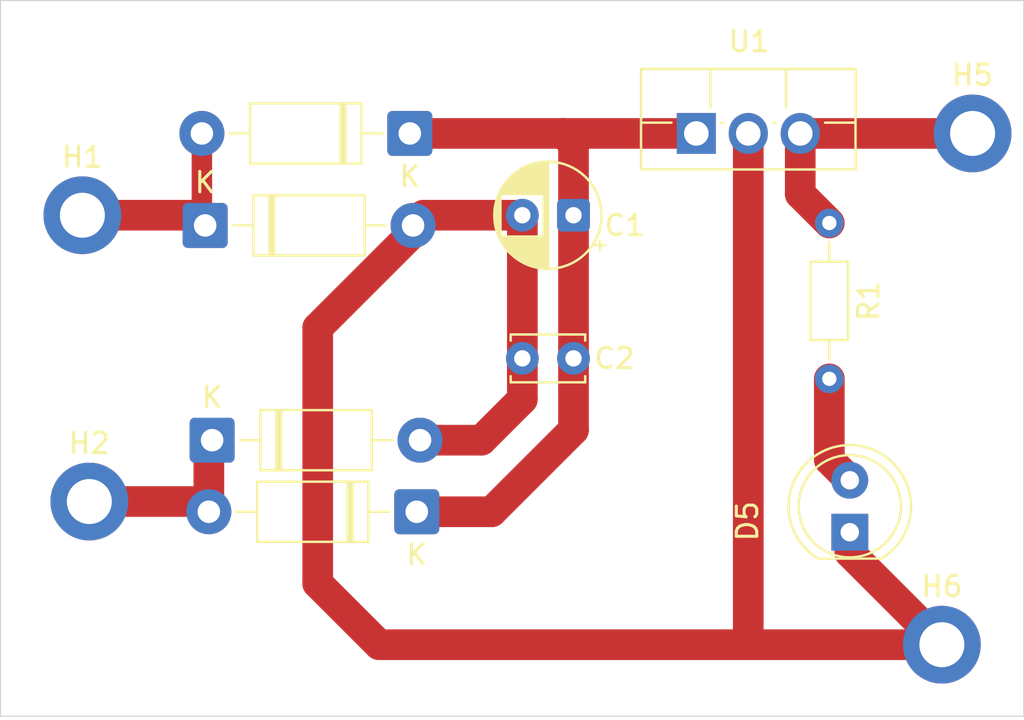
<source format=kicad_pcb>
(kicad_pcb (version 20241229) (generator "pcbnew") (generator_version "9.0")
  (layers (0 "F.Cu" signal) (2 "B.Cu" signal) (13 "F.Paste" user) (15 "B.Paste" user) (5 "F.SilkS" user "F.Silkscreen") (7 "B.SilkS" user "B.Silkscreen") (1 "F.Mask" user) (3 "B.Mask" user) (25 "Edge.Cuts" user))
  (net 0 "")
  (net 1 "Net-(D2-A)")
  (net 2 "Net-(D1-K)")
  (net 3 "Net-(D1-A)")
  (net 4 "Net-(D5-A)")
  (net 5 "Net-(U1-OUT)")
  (net 6 "Net-(D3-K)")
  (footprint "Diode_THT:D_DO-41_SOD81_P10.16mm_Horizontal" (layer "F.Cu") (at 115.84 130 180)
    (property "Reference" "D4" (hide yes))
    (property "Value" "1N4007" (hide yes))
    (fp_line (start 8.82 0) (end 7.8 0) (stroke (width 0.12)) (layer "F.SilkS"))
    (fp_line (start 3.38 -1.47) (end 3.38 1.47) (stroke (width 0.12)) (layer "F.SilkS"))
    (fp_line (start 3.26 -1.47) (end 3.26 1.47) (stroke (width 0.12)) (layer "F.SilkS"))
    (fp_line (start 3.14 -1.47) (end 3.14 1.47) (stroke (width 0.12)) (layer "F.SilkS"))
    (fp_line (start 1.34 0) (end 2.36 0) (stroke (width 0.12)) (layer "F.SilkS"))
    (fp_rect (start 2.36 -1.47) (end 7.8 1.47) (stroke (width 0.12)) (fill no) (layer "F.SilkS"))
    (fp_text user "K" (at 0 -2.1 0) (layer "F.SilkS"))
    (pad "1" thru_hole roundrect (at 0 0 180) (size 2.2 2.2) (drill 1.1) (layers "*.Cu" "*.Mask") (roundrect_rratio 0.113636) (net 2 "Net-(D1-K)"))
    (pad "2" thru_hole circle (at 10.16 0 180) (size 2.2 2.2) (drill 1.1) (layers "*.Cu" "*.Mask") (net 6 "Net-(D3-K)"))
  )
  (footprint "Diode_THT:D_DO-41_SOD81_P10.16mm_Horizontal" (layer "F.Cu") (at 105.5 116)
    (property "Reference" "D2" (hide yes))
    (property "Value" "1N4007" (hide yes))
    (fp_line (start 1.34 0) (end 2.36 0) (stroke (width 0.12)) (layer "F.SilkS"))
    (fp_line (start 3.14 -1.47) (end 3.14 1.47) (stroke (width 0.12)) (layer "F.SilkS"))
    (fp_line (start 3.26 -1.47) (end 3.26 1.47) (stroke (width 0.12)) (layer "F.SilkS"))
    (fp_line (start 3.38 -1.47) (end 3.38 1.47) (stroke (width 0.12)) (layer "F.SilkS"))
    (fp_line (start 8.82 0) (end 7.8 0) (stroke (width 0.12)) (layer "F.SilkS"))
    (fp_rect (start 2.36 -1.47) (end 7.8 1.47) (stroke (width 0.12)) (fill no) (layer "F.SilkS"))
    (fp_text user "K" (at 0 -2.1 0) (layer "F.SilkS"))
    (pad "1" thru_hole roundrect (at 0 0) (size 2.2 2.2) (drill 1.1) (layers "*.Cu" "*.Mask") (roundrect_rratio 0.113636) (net 3 "Net-(D1-A)"))
    (pad "2" thru_hole circle (at 10.16 0) (size 2.2 2.2) (drill 1.1) (layers "*.Cu" "*.Mask") (net 1 "Net-(D2-A)"))
  )
  (footprint "MountingHole:MountingHole_2.2mm_M2_DIN965_Pad" (layer "F.Cu") (at 99.5 115.5)
    (property "Reference" "H1" (at 0 -2.85 0) (layer "F.SilkS"))
    (property "Value" "MountingHole_Pad" (hide yes))
    (pad "1" thru_hole circle (at 0 0) (size 3.8 3.8) (drill 2.2) (layers "*.Cu" "*.Mask") (net 3 "Net-(D1-A)"))
  )
  (footprint "Diode_THT:D_DO-41_SOD81_P10.16mm_Horizontal" (layer "F.Cu") (at 115.5 111.5 180)
    (property "Reference" "D1" (hide yes))
    (property "Value" "1N4007" (hide yes))
    (fp_line (start 8.82 0) (end 7.8 0) (stroke (width 0.12)) (layer "F.SilkS"))
    (fp_line (start 3.38 -1.47) (end 3.38 1.47) (stroke (width 0.12)) (layer "F.SilkS"))
    (fp_line (start 3.26 -1.47) (end 3.26 1.47) (stroke (width 0.12)) (layer "F.SilkS"))
    (fp_line (start 3.14 -1.47) (end 3.14 1.47) (stroke (width 0.12)) (layer "F.SilkS"))
    (fp_line (start 1.34 0) (end 2.36 0) (stroke (width 0.12)) (layer "F.SilkS"))
    (fp_rect (start 2.36 -1.47) (end 7.8 1.47) (stroke (width 0.12)) (fill no) (layer "F.SilkS"))
    (fp_text user "K" (at 0 -2.1 0) (layer "F.SilkS"))
    (pad "1" thru_hole roundrect (at 0 0 180) (size 2.2 2.2) (drill 1.1) (layers "*.Cu" "*.Mask") (roundrect_rratio 0.113636) (net 2 "Net-(D1-K)"))
    (pad "2" thru_hole circle (at 10.16 0 180) (size 2.2 2.2) (drill 1.1) (layers "*.Cu" "*.Mask") (net 3 "Net-(D1-A)"))
  )
  (footprint "Capacitor_THT:C_Disc_D3.4mm_W2.1mm_P2.50mm" (layer "F.Cu") (at 121 122.5)
    (property "Reference" "C2" (at 4.5 0 0) (layer "F.SilkS"))
    (property "Value" "0,1uF")
    (fp_line (start -0.57 -1.17) (end 3.07 -1.17) (stroke (width 0.12)) (layer "F.SilkS"))
    (fp_line (start -0.57 -0.87) (end -0.57 -1.17) (stroke (width 0.12)) (layer "F.SilkS"))
    (fp_line (start -0.57 1.17) (end -0.57 0.87) (stroke (width 0.12)) (layer "F.SilkS"))
    (fp_line (start 3.07 -1.17) (end 3.07 -0.87) (stroke (width 0.12)) (layer "F.SilkS"))
    (fp_line (start 3.07 0.87) (end 3.07 1.17) (stroke (width 0.12)) (layer "F.SilkS"))
    (fp_line (start 3.07 1.17) (end -0.57 1.17) (stroke (width 0.12)) (layer "F.SilkS"))
    (pad "1" thru_hole circle (at 0 0) (size 1.6 1.6) (drill 0.8) (layers "*.Cu" "*.Mask") (net 1 "Net-(D2-A)"))
    (pad "2" thru_hole circle (at 2.5 0) (size 1.6 1.6) (drill 0.8) (layers "*.Cu" "*.Mask") (net 2 "Net-(D1-K)"))
  )
  (footprint "MountingHole:MountingHole_2.2mm_M2_DIN965_Pad" (layer "F.Cu") (at 141.5 136.5)
    (property "Reference" "H6" (at 0 -2.85 0) (layer "F.SilkS"))
    (property "Value" "-")
    (pad "1" thru_hole circle (at 0 0) (size 3.8 3.8) (drill 2.2) (layers "*.Cu" "*.Mask") (net 1 "Net-(D2-A)"))
  )
  (footprint "Package_TO_SOT_THT:TO-220F-3_Vertical" (layer "F.Cu") (at 129.5 111.5)
    (property "Reference" "U1" (at 2.58 -4.5 0) (layer "F.SilkS"))
    (property "Value" "L7805")
    (fp_line (start -2.7 -3.157) (end 7.78 -3.157) (stroke (width 0.12)) (layer "F.SilkS"))
    (fp_line (start -2.7 -0.527) (end -1.212 -0.527) (stroke (width 0.12)) (layer "F.SilkS"))
    (fp_line (start -2.7 1.763) (end -2.7 -3.157) (stroke (width 0.12)) (layer "F.SilkS"))
    (fp_line (start 0.69 -3.157) (end 0.69 -1.26) (stroke (width 0.12)) (layer "F.SilkS"))
    (fp_line (start 1.212 -0.527) (end 1.327 -0.528) (stroke (width 0.12)) (layer "F.SilkS"))
    (fp_line (start 3.752 -0.528) (end 3.867 -0.528) (stroke (width 0.12)) (layer "F.SilkS"))
    (fp_line (start 4.39 -3.157) (end 4.39 -1.26) (stroke (width 0.12)) (layer "F.SilkS"))
    (fp_line (start 6.292 -0.528) (end 7.78 -0.527) (stroke (width 0.12)) (layer "F.SilkS"))
    (fp_line (start 7.78 -3.157) (end 7.78 1.763) (stroke (width 0.12)) (layer "F.SilkS"))
    (fp_line (start 7.78 1.763) (end -2.7 1.763) (stroke (width 0.12)) (layer "F.SilkS"))
    (pad "1" thru_hole rect (at 0 0) (size 1.905 2) (drill 1.2) (layers "*.Cu" "*.Mask") (net 2 "Net-(D1-K)"))
    (pad "2" thru_hole oval (at 2.54 0) (size 1.905 2) (drill 1.2) (layers "*.Cu" "*.Mask") (net 1 "Net-(D2-A)"))
    (pad "3" thru_hole oval (at 5.08 0) (size 1.905 2) (drill 1.2) (layers "*.Cu" "*.Mask") (net 5 "Net-(U1-OUT)"))
  )
  (footprint "MountingHole:MountingHole_2.2mm_M2_DIN965_Pad" (layer "F.Cu") (at 143 111.5)
    (property "Reference" "H5" (at 0 -2.85 0) (layer "F.SilkS"))
    (property "Value" "+")
    (pad "1" thru_hole circle (at 0 0) (size 3.8 3.8) (drill 2.2) (layers "*.Cu" "*.Mask") (net 5 "Net-(U1-OUT)"))
  )
  (footprint "MountingHole:MountingHole_2.2mm_M2_DIN965_Pad" (layer "F.Cu") (at 99.84 129.5)
    (property "Reference" "H2" (at 0 -2.85 0) (layer "F.SilkS"))
    (property "Value" "MountingHole_Pad" (hide yes))
    (pad "1" thru_hole circle (at 0 0) (size 3.8 3.8) (drill 2.2) (layers "*.Cu" "*.Mask") (net 6 "Net-(D3-K)"))
  )
  (footprint "LED_THT:LED_D5.0mm" (layer "F.Cu") (at 137 131 90)
    (property "Reference" "D5" (at 0.54 -5 90) (layer "F.SilkS"))
    (property "Value" "LED")
    (fp_line (start -1.29 -1.545) (end -1.29 1.545) (stroke (width 0.12)) (layer "F.SilkS"))
    (fp_arc (start -1.29 -1.54483) (mid 2.071779 -2.880495) (end 4.26 0) (stroke (width 0.12)) (layer "F.SilkS"))
    (fp_arc (start 4.26 0) (mid 2.071779 2.880495) (end -1.29 1.54483) (stroke (width 0.12)) (layer "F.SilkS"))
    (fp_circle (center 1.27 0) (end 3.77 0) (stroke (width 0.12)) (fill no) (layer "F.SilkS"))
    (pad "1" thru_hole rect (at 0 0 90) (size 1.8 1.8) (drill 0.9) (layers "*.Cu" "*.Mask") (net 1 "Net-(D2-A)"))
    (pad "2" thru_hole circle (at 2.54 0 90) (size 1.8 1.8) (drill 0.9) (layers "*.Cu" "*.Mask") (net 4 "Net-(D5-A)"))
  )
  (footprint "Capacitor_THT:CP_Radial_D5.0mm_P2.50mm" (layer "F.Cu") (at 123.5 115.5 180)
    (property "Reference" "C1" (at -2.5 -0.5 0) (layer "F.SilkS"))
    (property "Value" "100uF")
    (fp_line (start 3.85 -0.283) (end 3.85 0.283) (stroke (width 0.12)) (layer "F.SilkS"))
    (fp_line (start 3.81 -0.517) (end 3.81 0.517) (stroke (width 0.12)) (layer "F.SilkS"))
    (fp_line (start 3.77 -0.677) (end 3.77 0.677) (stroke (width 0.12)) (layer "F.SilkS"))
    (fp_line (start 3.73 -0.805) (end 3.73 0.805) (stroke (width 0.12)) (layer "F.SilkS"))
    (fp_line (start 3.69 -0.914) (end 3.69 0.914) (stroke (width 0.12)) (layer "F.SilkS"))
    (fp_line (start 3.65 -1.011) (end 3.65 1.011) (stroke (width 0.12)) (layer "F.SilkS"))
    (fp_line (start 3.61 -1.098) (end 3.61 1.098) (stroke (width 0.12)) (layer "F.SilkS"))
    (fp_line (start 3.57 -1.177) (end 3.57 1.177) (stroke (width 0.12)) (layer "F.SilkS"))
    (fp_line (start 3.53 1.04) (end 3.53 1.251) (stroke (width 0.12)) (layer "F.SilkS"))
    (fp_line (start 3.53 -1.251) (end 3.53 -1.04) (stroke (width 0.12)) (layer "F.SilkS"))
    (fp_line (start 3.49 1.04) (end 3.49 1.319) (stroke (width 0.12)) (layer "F.SilkS"))
    (fp_line (start 3.49 -1.319) (end 3.49 -1.04) (stroke (width 0.12)) (layer "F.SilkS"))
    (fp_line (start 3.45 1.04) (end 3.45 1.383) (stroke (width 0.12)) (layer "F.SilkS"))
    (fp_line (start 3.45 -1.383) (end 3.45 -1.04) (stroke (width 0.12)) (layer "F.SilkS"))
    (fp_line (start 3.41 1.04) (end 3.41 1.443) (stroke (width 0.12)) (layer "F.SilkS"))
    (fp_line (start 3.41 -1.443) (end 3.41 -1.04) (stroke (width 0.12)) (layer "F.SilkS"))
    (fp_line (start 3.37 1.04) (end 3.37 1.499) (stroke (width 0.12)) (layer "F.SilkS"))
    (fp_line (start 3.37 -1.499) (end 3.37 -1.04) (stroke (width 0.12)) (layer "F.SilkS"))
    (fp_line (start 3.33 1.04) (end 3.33 1.553) (stroke (width 0.12)) (layer "F.SilkS"))
    (fp_line (start 3.33 -1.553) (end 3.33 -1.04) (stroke (width 0.12)) (layer "F.SilkS"))
    (fp_line (start 3.29 1.04) (end 3.29 1.604) (stroke (width 0.12)) (layer "F.SilkS"))
    (fp_line (start 3.29 -1.604) (end 3.29 -1.04) (stroke (width 0.12)) (layer "F.SilkS"))
    (fp_line (start 3.25 1.04) (end 3.25 1.652) (stroke (width 0.12)) (layer "F.SilkS"))
    (fp_line (start 3.25 -1.652) (end 3.25 -1.04) (stroke (width 0.12)) (layer "F.SilkS"))
    (fp_line (start 3.21 1.04) (end 3.21 1.699) (stroke (width 0.12)) (layer "F.SilkS"))
    (fp_line (start 3.21 -1.699) (end 3.21 -1.04) (stroke (width 0.12)) (layer "F.SilkS"))
    (fp_line (start 3.17 1.04) (end 3.17 1.743) (stroke (width 0.12)) (layer "F.SilkS"))
    (fp_line (start 3.17 -1.743) (end 3.17 -1.04) (stroke (width 0.12)) (layer "F.SilkS"))
    (fp_line (start 3.13 1.04) (end 3.13 1.785) (stroke (width 0.12)) (layer "F.SilkS"))
    (fp_line (start 3.13 -1.785) (end 3.13 -1.04) (stroke (width 0.12)) (layer "F.SilkS"))
    (fp_line (start 3.09 1.04) (end 3.09 1.825) (stroke (width 0.12)) (layer "F.SilkS"))
    (fp_line (start 3.09 -1.825) (end 3.09 -1.04) (stroke (width 0.12)) (layer "F.SilkS"))
    (fp_line (start 3.05 1.04) (end 3.05 1.864) (stroke (width 0.12)) (layer "F.SilkS"))
    (fp_line (start 3.05 -1.864) (end 3.05 -1.04) (stroke (width 0.12)) (layer "F.SilkS"))
    (fp_line (start 3.01 1.04) (end 3.01 1.901) (stroke (width 0.12)) (layer "F.SilkS"))
    (fp_line (start 3.01 -1.901) (end 3.01 -1.04) (stroke (width 0.12)) (layer "F.SilkS"))
    (fp_line (start 2.97 1.04) (end 2.97 1.936) (stroke (width 0.12)) (layer "F.SilkS"))
    (fp_line (start 2.97 -1.936) (end 2.97 -1.04) (stroke (width 0.12)) (layer "F.SilkS"))
    (fp_line (start 2.93 1.04) (end 2.93 1.97) (stroke (width 0.12)) (layer "F.SilkS"))
    (fp_line (start 2.93 -1.97) (end 2.93 -1.04) (stroke (width 0.12)) (layer "F.SilkS"))
    (fp_line (start 2.89 1.04) (end 2.89 2.003) (stroke (width 0.12)) (layer "F.SilkS"))
    (fp_line (start 2.89 -2.003) (end 2.89 -1.04) (stroke (width 0.12)) (layer "F.SilkS"))
    (fp_line (start 2.85 1.04) (end 2.85 2.035) (stroke (width 0.12)) (layer "F.SilkS"))
    (fp_line (start 2.85 -2.035) (end 2.85 -1.04) (stroke (width 0.12)) (layer "F.SilkS"))
    (fp_line (start 2.81 1.04) (end 2.81 2.065) (stroke (width 0.12)) (layer "F.SilkS"))
    (fp_line (start 2.81 -2.065) (end 2.81 -1.04) (stroke (width 0.12)) (layer "F.SilkS"))
    (fp_line (start 2.77 1.04) (end 2.77 2.094) (stroke (width 0.12)) (layer "F.SilkS"))
    (fp_line (start 2.77 -2.094) (end 2.77 -1.04) (stroke (width 0.12)) (layer "F.SilkS"))
    (fp_line (start 2.73 1.04) (end 2.73 2.122) (stroke (width 0.12)) (layer "F.SilkS"))
    (fp_line (start 2.73 -2.122) (end 2.73 -1.04) (stroke (width 0.12)) (layer "F.SilkS"))
    (fp_line (start 2.69 1.04) (end 2.69 2.149) (stroke (width 0.12)) (layer "F.SilkS"))
    (fp_line (start 2.69 -2.149) (end 2.69 -1.04) (stroke (width 0.12)) (layer "F.SilkS"))
    (fp_line (start 2.65 1.04) (end 2.65 2.175) (stroke (width 0.12)) (layer "F.SilkS"))
    (fp_line (start 2.65 -2.175) (end 2.65 -1.04) (stroke (width 0.12)) (layer "F.SilkS"))
    (fp_line (start 2.61 1.04) (end 2.61 2.199) (stroke (width 0.12)) (layer "F.SilkS"))
    (fp_line (start 2.61 -2.199) (end 2.61 -1.04) (stroke (width 0.12)) (layer "F.SilkS"))
    (fp_line (start 2.57 1.04) (end 2.57 2.223) (stroke (width 0.12)) (layer "F.SilkS"))
    (fp_line (start 2.57 -2.223) (end 2.57 -1.04) (stroke (width 0.12)) (layer "F.SilkS"))
    (fp_line (start 2.53 1.04) (end 2.53 2.246) (stroke (width 0.12)) (layer "F.SilkS"))
    (fp_line (start 2.53 -2.246) (end 2.53 -1.04) (stroke (width 0.12)) (layer "F.SilkS"))
    (fp_line (start 2.49 1.04) (end 2.49 2.268) (stroke (width 0.12)) (layer "F.SilkS"))
    (fp_line (start 2.49 -2.268) (end 2.49 -1.04) (stroke (width 0.12)) (layer "F.SilkS"))
    (fp_line (start 2.45 1.04) (end 2.45 2.289) (stroke (width 0.12)) (layer "F.SilkS"))
    (fp_line (start 2.45 -2.289) (end 2.45 -1.04) (stroke (width 0.12)) (layer "F.SilkS"))
    (fp_line (start 2.41 1.04) (end 2.41 2.309) (stroke (width 0.12)) (layer "F.SilkS"))
    (fp_line (start 2.41 -2.309) (end 2.41 -1.04) (stroke (width 0.12)) (layer "F.SilkS"))
    (fp_line (start 2.37 1.04) (end 2.37 2.329) (stroke (width 0.12)) (layer "F.SilkS"))
    (fp_line (start 2.37 -2.329) (end 2.37 -1.04) (stroke (width 0.12)) (layer "F.SilkS"))
    (fp_line (start 2.33 1.04) (end 2.33 2.347) (stroke (width 0.12)) (layer "F.SilkS"))
    (fp_line (start 2.33 -2.347) (end 2.33 -1.04) (stroke (width 0.12)) (layer "F.SilkS"))
    (fp_line (start 2.29 1.04) (end 2.29 2.365) (stroke (width 0.12)) (layer "F.SilkS"))
    (fp_line (start 2.29 -2.365) (end 2.29 -1.04) (stroke (width 0.12)) (layer "F.SilkS"))
    (fp_line (start 2.25 1.04) (end 2.25 2.382) (stroke (width 0.12)) (layer "F.SilkS"))
    (fp_line (start 2.25 -2.382) (end 2.25 -1.04) (stroke (width 0.12)) (layer "F.SilkS"))
    (fp_line (start 2.21 1.04) (end 2.21 2.398) (stroke (width 0.12)) (layer "F.SilkS"))
    (fp_line (start 2.21 -2.398) (end 2.21 -1.04) (stroke (width 0.12)) (layer "F.SilkS"))
    (fp_line (start 2.17 1.04) (end 2.17 2.413) (stroke (width 0.12)) (layer "F.SilkS"))
    (fp_line (start 2.17 -2.413) (end 2.17 -1.04) (stroke (width 0.12)) (layer "F.SilkS"))
    (fp_line (start 2.13 1.04) (end 2.13 2.428) (stroke (width 0.12)) (layer "F.SilkS"))
    (fp_line (start 2.13 -2.428) (end 2.13 -1.04) (stroke (width 0.12)) (layer "F.SilkS"))
    (fp_line (start 2.09 1.04) (end 2.09 2.442) (stroke (width 0.12)) (layer "F.SilkS"))
    (fp_line (start 2.09 -2.442) (end 2.09 -1.04) (stroke (width 0.12)) (layer "F.SilkS"))
    (fp_line (start 2.05 1.04) (end 2.05 2.455) (stroke (width 0.12)) (layer "F.SilkS"))
    (fp_line (start 2.05 -2.455) (end 2.05 -1.04) (stroke (width 0.12)) (layer "F.SilkS"))
    (fp_line (start 2.01 1.04) (end 2.01 2.467) (stroke (width 0.12)) (layer "F.SilkS"))
    (fp_line (start 2.01 -2.467) (end 2.01 -1.04) (stroke (width 0.12)) (layer "F.SilkS"))
    (fp_line (start 1.97 1.04) (end 1.97 2.479) (stroke (width 0.12)) (layer "F.SilkS"))
    (fp_line (start 1.97 -2.479) (end 1.97 -1.04) (stroke (width 0.12)) (layer "F.SilkS"))
    (fp_line (start 1.93 1.04) (end 1.93 2.49) (stroke (width 0.12)) (layer "F.SilkS"))
    (fp_line (start 1.93 -2.49) (end 1.93 -1.04) (stroke (width 0.12)) (layer "F.SilkS"))
    (fp_line (start 1.89 1.04) (end 1.89 2.501) (stroke (width 0.12)) (layer "F.SilkS"))
    (fp_line (start 1.89 -2.501) (end 1.89 -1.04) (stroke (width 0.12)) (layer "F.SilkS"))
    (fp_line (start 1.85 1.04) (end 1.85 2.51) (stroke (width 0.12)) (layer "F.SilkS"))
    (fp_line (start 1.85 -2.51) (end 1.85 -1.04) (stroke (width 0.12)) (layer "F.SilkS"))
    (fp_line (start 1.81 1.04) (end 1.81 2.519) (stroke (width 0.12)) (layer "F.SilkS"))
    (fp_line (start 1.81 -2.519) (end 1.81 -1.04) (stroke (width 0.12)) (layer "F.SilkS"))
    (fp_line (start 1.77 1.04) (end 1.77 2.528) (stroke (width 0.12)) (layer "F.SilkS"))
    (fp_line (start 1.77 -2.528) (end 1.77 -1.04) (stroke (width 0.12)) (layer "F.SilkS"))
    (fp_line (start 1.73 1.04) (end 1.73 2.536) (stroke (width 0.12)) (layer "F.SilkS"))
    (fp_line (start 1.73 -2.536) (end 1.73 -1.04) (stroke (width 0.12)) (layer "F.SilkS"))
    (fp_line (start 1.69 1.04) (end 1.69 2.543) (stroke (width 0.12)) (layer "F.SilkS"))
    (fp_line (start 1.69 -2.543) (end 1.69 -1.04) (stroke (width 0.12)) (layer "F.SilkS"))
    (fp_line (start 1.65 1.04) (end 1.65 2.549) (stroke (width 0.12)) (layer "F.SilkS"))
    (fp_line (start 1.65 -2.549) (end 1.65 -1.04) (stroke (width 0.12)) (layer "F.SilkS"))
    (fp_line (start 1.61 1.04) (end 1.61 2.555) (stroke (width 0.12)) (layer "F.SilkS"))
    (fp_line (start 1.61 -2.555) (end 1.61 -1.04) (stroke (width 0.12)) (layer "F.SilkS"))
    (fp_line (start 1.57 1.04) (end 1.57 2.56) (stroke (width 0.12)) (layer "F.SilkS"))
    (fp_line (start 1.57 -2.56) (end 1.57 -1.04) (stroke (width 0.12)) (layer "F.SilkS"))
    (fp_line (start 1.53 1.04) (end 1.53 2.565) (stroke (width 0.12)) (layer "F.SilkS"))
    (fp_line (start 1.53 -2.565) (end 1.53 -1.04) (stroke (width 0.12)) (layer "F.SilkS"))
    (fp_line (start 1.49 1.04) (end 1.49 2.569) (stroke (width 0.12)) (layer "F.SilkS"))
    (fp_line (start 1.49 -2.569) (end 1.49 -1.04) (stroke (width 0.12)) (layer "F.SilkS"))
    (fp_line (start 1.45 -2.572) (end 1.45 2.572) (stroke (width 0.12)) (layer "F.SilkS"))
    (fp_line (start 1.41 -2.575) (end 1.41 2.575) (stroke (width 0.12)) (layer "F.SilkS"))
    (fp_line (start 1.37 -2.577) (end 1.37 2.577) (stroke (width 0.12)) (layer "F.SilkS"))
    (fp_line (start 1.33 -2.579) (end 1.33 2.579) (stroke (width 0.12)) (layer "F.SilkS"))
    (fp_line (start 1.29 -2.58) (end 1.29 2.58) (stroke (width 0.12)) (layer "F.SilkS"))
    (fp_line (start 1.25 -2.58) (end 1.25 2.58) (stroke (width 0.12)) (layer "F.SilkS"))
    (fp_line (start -1.304775 -1.725) (end -1.304775 -1.225) (stroke (width 0.12)) (layer "F.SilkS"))
    (fp_line (start -1.554775 -1.475) (end -1.054775 -1.475) (stroke (width 0.12)) (layer "F.SilkS"))
    (fp_circle (center 1.25 0) (end 3.87 0) (stroke (width 0.12)) (fill no) (layer "F.SilkS"))
    (pad "1" thru_hole roundrect (at 0 0 180) (size 1.6 1.6) (drill 0.8) (layers "*.Cu" "*.Mask") (roundrect_rratio 0.15625) (net 2 "Net-(D1-K)"))
    (pad "2" thru_hole circle (at 2.5 0 180) (size 1.6 1.6) (drill 0.8) (layers "*.Cu" "*.Mask") (net 1 "Net-(D2-A)"))
  )
  (footprint "Diode_THT:D_DO-41_SOD81_P10.16mm_Horizontal" (layer "F.Cu") (at 105.84 126.5)
    (property "Reference" "D3" (hide yes))
    (property "Value" "1N4007" (hide yes))
    (fp_line (start 1.34 0) (end 2.36 0) (stroke (width 0.12)) (layer "F.SilkS"))
    (fp_line (start 3.14 -1.47) (end 3.14 1.47) (stroke (width 0.12)) (layer "F.SilkS"))
    (fp_line (start 3.26 -1.47) (end 3.26 1.47) (stroke (width 0.12)) (layer "F.SilkS"))
    (fp_line (start 3.38 -1.47) (end 3.38 1.47) (stroke (width 0.12)) (layer "F.SilkS"))
    (fp_line (start 8.82 0) (end 7.8 0) (stroke (width 0.12)) (layer "F.SilkS"))
    (fp_rect (start 2.36 -1.47) (end 7.8 1.47) (stroke (width 0.12)) (fill no) (layer "F.SilkS"))
    (fp_text user "K" (at 0 -2.1 0) (layer "F.SilkS"))
    (pad "1" thru_hole roundrect (at 0 0) (size 2.2 2.2) (drill 1.1) (layers "*.Cu" "*.Mask") (roundrect_rratio 0.113636) (net 6 "Net-(D3-K)"))
    (pad "2" thru_hole circle (at 10.16 0) (size 2.2 2.2) (drill 1.1) (layers "*.Cu" "*.Mask") (net 1 "Net-(D2-A)"))
  )
  (footprint "Resistor_THT:R_Axial_DIN0204_L3.6mm_D1.6mm_P7.62mm_Horizontal" (layer "F.Cu") (at 136 115.88 -90)
    (property "Reference" "R1" (at 3.81 -1.92 90) (layer "F.SilkS"))
    (property "Value" "470")
    (fp_line (start 0.94 0) (end 1.89 0) (stroke (width 0.12)) (layer "F.SilkS"))
    (fp_line (start 6.68 0) (end 5.73 0) (stroke (width 0.12)) (layer "F.SilkS"))
    (fp_rect (start 1.89 -0.92) (end 5.73 0.92) (stroke (width 0.12)) (fill no) (layer "F.SilkS"))
    (pad "1" thru_hole circle (at 0 0 270) (size 1.4 1.4) (drill 0.7) (layers "*.Cu" "*.Mask") (net 5 "Net-(U1-OUT)"))
    (pad "2" thru_hole circle (at 7.62 0 270) (size 1.4 1.4) (drill 0.7) (layers "*.Cu" "*.Mask") (net 4 "Net-(D5-A)"))
  )
  (gr_rect (start 95.5 105) (end 145.5 140) (stroke (width 0.05)) (fill no) (layer "Edge.Cuts"))
  (segment (start 111 121) (end 111 133.5) (width 1.5) (layer "F.Cu") (net 1))
  (segment (start 137 132) (end 141.5 136.5) (width 1.5) (layer "F.Cu") (net 1))
  (segment (start 132.04 136.46) (end 132 136.5) (width 1.5) (layer "F.Cu") (net 1))
  (segment (start 111 133.5) (end 114 136.5) (width 1.5) (layer "F.Cu") (net 1))
  (segment (start 115.66 116.34) (end 111 121) (width 1.5) (layer "F.Cu") (net 1))
  (segment (start 115.66 116) (end 115.66 116.34) (width 1.5) (layer "F.Cu") (net 1))
  (segment (start 121 122.5) (end 121 115.5) (width 1.5) (layer "F.Cu") (net 1))
  (segment (start 137 131) (end 137 132) (width 1.5) (layer "F.Cu") (net 1))
  (segment (start 121 122.5) (end 121 124.5) (width 1.5) (layer "F.Cu") (net 1))
  (segment (start 132 136.5) (end 141.5 136.5) (width 1.5) (layer "F.Cu") (net 1))
  (segment (start 114 136.5) (end 132 136.5) (width 1.5) (layer "F.Cu") (net 1))
  (segment (start 132.04 111.5) (end 132.04 136.46) (width 1.5) (layer "F.Cu") (net 1))
  (segment (start 121 124.5) (end 119 126.5) (width 1.5) (layer "F.Cu") (net 1))
  (segment (start 119 126.5) (end 116 126.5) (width 1.5) (layer "F.Cu") (net 1))
  (segment (start 121 115.5) (end 116.16 115.5) (width 1.5) (layer "F.Cu") (net 1))
  (segment (start 116.16 115.5) (end 115.66 116) (width 1.5) (layer "F.Cu") (net 1))
  (segment (start 123.5 126) (end 119.5 130) (width 1.5) (layer "F.Cu") (net 2))
  (segment (start 119.5 130) (end 115.84 130) (width 1.5) (layer "F.Cu") (net 2))
  (segment (start 123.5 122.5) (end 123.5 126) (width 1.5) (layer "F.Cu") (net 2))
  (segment (start 123.5 122.5) (end 123.5 115.5) (width 1.5) (layer "F.Cu") (net 2))
  (segment (start 123.5 112) (end 123.5 115.5) (width 1.5) (layer "F.Cu") (net 2))
  (segment (start 129.5 111.5) (end 123 111.5) (width 1.5) (layer "F.Cu") (net 2))
  (segment (start 123 111.5) (end 123.5 112) (width 1.5) (layer "F.Cu") (net 2))
  (segment (start 115.5 111.5) (end 123 111.5) (width 1.5) (layer "F.Cu") (net 2))
  (segment (start 105.5 111.66) (end 105.34 111.5) (width 1) (layer "F.Cu") (net 3))
  (segment (start 105.34 115.84) (end 105.5 116) (width 1) (layer "F.Cu") (net 3))
  (segment (start 99.5 115.5) (end 105 115.5) (width 1.5) (layer "F.Cu") (net 3))
  (segment (start 105.34 111.5) (end 105.34 115.84) (width 1) (layer "F.Cu") (net 3))
  (segment (start 105 115.5) (end 105.5 116) (width 1.5) (layer "F.Cu") (net 3))
  (segment (start 136 123.5) (end 136 127.46) (width 1.5) (layer "F.Cu") (net 4))
  (segment (start 136 127.46) (end 137 128.46) (width 1.5) (layer "F.Cu") (net 4))
  (segment (start 134.5 111.58) (end 134.58 111.5) (width 1.5) (layer "F.Cu") (net 5))
  (segment (start 134.58 114.46) (end 136 115.88) (width 1.5) (layer "F.Cu") (net 5))
  (segment (start 134.58 111.5) (end 134.58 114.46) (width 1.5) (layer "F.Cu") (net 5))
  (segment (start 143 111.5) (end 134.58 111.5) (width 1.5) (layer "F.Cu") (net 5))
  (segment (start 105.68 126.66) (end 105.84 126.5) (width 1.5) (layer "F.Cu") (net 6))
  (segment (start 105.68 130) (end 105.68 126.66) (width 1.5) (layer "F.Cu") (net 6))
  (segment (start 105.18 129.5) (end 105.68 130) (width 1.5) (layer "F.Cu") (net 6))
  (segment (start 99.84 129.5) (end 105.18 129.5) (width 1.5) (layer "F.Cu") (net 6))
)
</source>
